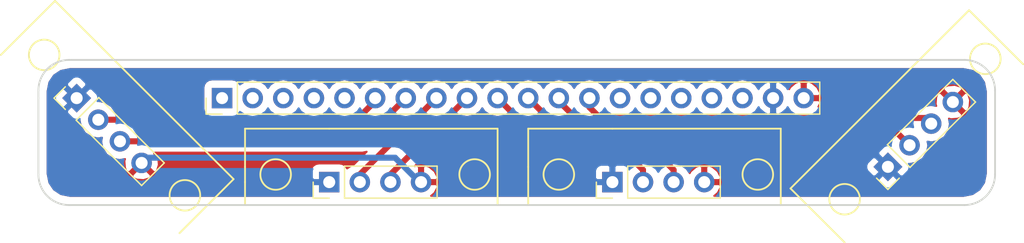
<source format=kicad_pcb>
(kicad_pcb (version 4) (host pcbnew 4.0.7)

  (general
    (links 16)
    (no_connects 0)
    (area 108.509999 100.254999 188.035001 112.470001)
    (thickness 1.6)
    (drawings 9)
    (tracks 39)
    (zones 0)
    (modules 5)
    (nets 21)
  )

  (page A4)
  (layers
    (0 F.Cu signal)
    (31 B.Cu signal)
    (32 B.Adhes user)
    (33 F.Adhes user)
    (34 B.Paste user)
    (35 F.Paste user)
    (36 B.SilkS user)
    (37 F.SilkS user)
    (38 B.Mask user)
    (39 F.Mask user)
    (40 Dwgs.User user)
    (41 Cmts.User user)
    (42 Eco1.User user)
    (43 Eco2.User user)
    (44 Edge.Cuts user)
    (45 Margin user)
    (46 B.CrtYd user)
    (47 F.CrtYd user)
    (48 B.Fab user)
    (49 F.Fab user)
  )

  (setup
    (last_trace_width 0.25)
    (trace_clearance 0.2)
    (zone_clearance 0.608)
    (zone_45_only no)
    (trace_min 0.2)
    (segment_width 0.2)
    (edge_width 0.15)
    (via_size 0.6)
    (via_drill 0.4)
    (via_min_size 0.4)
    (via_min_drill 0.3)
    (uvia_size 0.3)
    (uvia_drill 0.1)
    (uvias_allowed no)
    (uvia_min_size 0.2)
    (uvia_min_drill 0.1)
    (pcb_text_width 0.3)
    (pcb_text_size 1.5 1.5)
    (mod_edge_width 0.15)
    (mod_text_size 1 1)
    (mod_text_width 0.15)
    (pad_size 1.524 1.524)
    (pad_drill 0.762)
    (pad_to_mask_clearance 0.2)
    (aux_axis_origin 0 0)
    (visible_elements FFFFFF7F)
    (pcbplotparams
      (layerselection 0x00030_80000001)
      (usegerberextensions false)
      (excludeedgelayer true)
      (linewidth 0.100000)
      (plotframeref false)
      (viasonmask false)
      (mode 1)
      (useauxorigin false)
      (hpglpennumber 1)
      (hpglpenspeed 20)
      (hpglpendiameter 15)
      (hpglpenoverlay 2)
      (psnegative false)
      (psa4output false)
      (plotreference true)
      (plotvalue true)
      (plotinvisibletext false)
      (padsonsilk false)
      (subtractmaskfromsilk false)
      (outputformat 1)
      (mirror false)
      (drillshape 1)
      (scaleselection 1)
      (outputdirectory ""))
  )

  (net 0 "")
  (net 1 GND)
  (net 2 dt-up)
  (net 3 sck-up)
  (net 4 +3V3)
  (net 5 dt-left)
  (net 6 sck-left)
  (net 7 dt-down)
  (net 8 sck-down)
  (net 9 dt-right)
  (net 10 sck-right)
  (net 11 "Net-(A1-Pad21)")
  (net 12 "Net-(A1-Pad22)")
  (net 13 "Net-(A1-Pad23)")
  (net 14 "Net-(A1-Pad24)")
  (net 15 "Net-(A1-Pad25)")
  (net 16 "Net-(A1-Pad34)")
  (net 17 "Net-(A1-Pad35)")
  (net 18 "Net-(A1-Pad36)")
  (net 19 "Net-(A1-Pad37)")
  (net 20 "Net-(A1-Pad38)")

  (net_class Default "This is the default net class."
    (clearance 0.2)
    (trace_width 0.25)
    (via_dia 0.6)
    (via_drill 0.4)
    (uvia_dia 0.3)
    (uvia_drill 0.1)
  )

  (net_class thic ""
    (clearance 0.2)
    (trace_width 0.5)
    (via_dia 0.7)
    (via_drill 0.5)
    (uvia_dia 0.3)
    (uvia_drill 0.1)
    (add_net +3V3)
    (add_net GND)
    (add_net "Net-(A1-Pad21)")
    (add_net "Net-(A1-Pad22)")
    (add_net "Net-(A1-Pad23)")
    (add_net "Net-(A1-Pad24)")
    (add_net "Net-(A1-Pad25)")
    (add_net "Net-(A1-Pad34)")
    (add_net "Net-(A1-Pad35)")
    (add_net "Net-(A1-Pad36)")
    (add_net "Net-(A1-Pad37)")
    (add_net "Net-(A1-Pad38)")
    (add_net dt-down)
    (add_net dt-left)
    (add_net dt-right)
    (add_net dt-up)
    (add_net sck-down)
    (add_net sck-left)
    (add_net sck-right)
    (add_net sck-up)
  )

  (module module-hx711:conn-hx711-out (layer F.Cu) (tedit 5B08F756) (tstamp 5B08F54D)
    (at 179.07 109.22 135)
    (descr "Through hole straight pin header, 1x04, 2.54mm pitch, single row")
    (tags "Through hole pin header THT 1x04 2.54mm single row")
    (path /5B08E4EA)
    (fp_text reference "" (at 0 -2.33 135) (layer F.SilkS)
      (effects (font (size 1 1) (thickness 0.15)))
    )
    (fp_text value conn-right (at -3.14309 4.041115 225) (layer F.Fab)
      (effects (font (size 1 1) (thickness 0.15)))
    )
    (fp_circle (center 0.635 -4.445) (end 0.635 -5.715) (layer F.SilkS) (width 0.15))
    (fp_circle (center 0.635 12.065) (end 0.635 10.795) (layer F.SilkS) (width 0.15))
    (fp_line (start -1.905 -6.985) (end 0 -6.985) (layer F.SilkS) (width 0.15))
    (fp_line (start 0 -6.985) (end 1.27 -6.985) (layer F.SilkS) (width 0.15))
    (fp_line (start 1.27 -6.985) (end 4.445 -6.985) (layer F.SilkS) (width 0.15))
    (fp_line (start 4.445 -6.985) (end 4.445 0) (layer F.SilkS) (width 0.15))
    (fp_line (start 4.445 0) (end 4.445 13.97) (layer F.SilkS) (width 0.15))
    (fp_line (start 4.445 13.97) (end -1.905 13.97) (layer F.SilkS) (width 0.15))
    (fp_line (start -0.635 -1.27) (end 1.27 -1.27) (layer F.Fab) (width 0.1))
    (fp_line (start 1.27 -1.27) (end 1.27 8.89) (layer F.Fab) (width 0.1))
    (fp_line (start 1.27 8.89) (end -1.27 8.89) (layer F.Fab) (width 0.1))
    (fp_line (start -1.27 8.89) (end -1.27 -0.635) (layer F.Fab) (width 0.1))
    (fp_line (start -1.27 -0.635) (end -0.635 -1.27) (layer F.Fab) (width 0.1))
    (fp_line (start -1.33 8.95) (end 1.33 8.95) (layer F.SilkS) (width 0.12))
    (fp_line (start -1.33 1.27) (end -1.33 8.95) (layer F.SilkS) (width 0.12))
    (fp_line (start 1.33 1.27) (end 1.33 8.95) (layer F.SilkS) (width 0.12))
    (fp_line (start -1.33 1.27) (end 1.33 1.27) (layer F.SilkS) (width 0.12))
    (fp_line (start -1.33 0) (end -1.33 -1.33) (layer F.SilkS) (width 0.12))
    (fp_line (start -1.33 -1.33) (end 0 -1.33) (layer F.SilkS) (width 0.12))
    (fp_line (start -1.8 -1.8) (end -1.8 9.4) (layer F.CrtYd) (width 0.05))
    (fp_line (start -1.8 9.4) (end 1.8 9.4) (layer F.CrtYd) (width 0.05))
    (fp_line (start 1.8 9.4) (end 1.8 -1.8) (layer F.CrtYd) (width 0.05))
    (fp_line (start 1.8 -1.8) (end -1.8 -1.8) (layer F.CrtYd) (width 0.05))
    (fp_text user %R (at 0 3.81 225) (layer F.Fab)
      (effects (font (size 1 1) (thickness 0.15)))
    )
    (pad 1 thru_hole rect (at 0 0 135) (size 1.7 1.7) (drill 1) (layers *.Cu *.Mask)
      (net 1 GND))
    (pad 2 thru_hole oval (at 0 2.54 135) (size 1.7 1.7) (drill 1) (layers *.Cu *.Mask)
      (net 9 dt-right))
    (pad 3 thru_hole oval (at 0 5.08 135) (size 1.7 1.7) (drill 1) (layers *.Cu *.Mask)
      (net 10 sck-right))
    (pad 4 thru_hole oval (at 0 7.62 135) (size 1.7 1.7) (drill 1) (layers *.Cu *.Mask)
      (net 4 +3V3))
    (model ${KISYS3DMOD}/Pin_Headers.3dshapes/Pin_Header_Straight_1x04_Pitch2.54mm.wrl
      (at (xyz 0 0 0))
      (scale (xyz 1 1 1))
      (rotate (xyz 0 0 0))
    )
  )

  (module module-hx711:conn-hx711-out (layer F.Cu) (tedit 5B08F762) (tstamp 5B08F535)
    (at 111.76 103.505 45)
    (descr "Through hole straight pin header, 1x04, 2.54mm pitch, single row")
    (tags "Through hole pin header THT 1x04 2.54mm single row")
    (path /5B08E49E)
    (fp_text reference "" (at 0 -2.33 45) (layer F.SilkS)
      (effects (font (size 1 1) (thickness 0.15)))
    )
    (fp_text value conn-up (at -2.694077 4.490128 135) (layer F.Fab)
      (effects (font (size 1 1) (thickness 0.15)))
    )
    (fp_circle (center 0.635 -4.445) (end 0.635 -5.715) (layer F.SilkS) (width 0.15))
    (fp_circle (center 0.635 12.065) (end 0.635 10.795) (layer F.SilkS) (width 0.15))
    (fp_line (start -1.905 -6.985) (end 0 -6.985) (layer F.SilkS) (width 0.15))
    (fp_line (start 0 -6.985) (end 1.27 -6.985) (layer F.SilkS) (width 0.15))
    (fp_line (start 1.27 -6.985) (end 4.445 -6.985) (layer F.SilkS) (width 0.15))
    (fp_line (start 4.445 -6.985) (end 4.445 0) (layer F.SilkS) (width 0.15))
    (fp_line (start 4.445 0) (end 4.445 13.97) (layer F.SilkS) (width 0.15))
    (fp_line (start 4.445 13.97) (end -1.905 13.97) (layer F.SilkS) (width 0.15))
    (fp_line (start -0.635 -1.27) (end 1.27 -1.27) (layer F.Fab) (width 0.1))
    (fp_line (start 1.27 -1.27) (end 1.27 8.89) (layer F.Fab) (width 0.1))
    (fp_line (start 1.27 8.89) (end -1.27 8.89) (layer F.Fab) (width 0.1))
    (fp_line (start -1.27 8.89) (end -1.27 -0.635) (layer F.Fab) (width 0.1))
    (fp_line (start -1.27 -0.635) (end -0.635 -1.27) (layer F.Fab) (width 0.1))
    (fp_line (start -1.33 8.95) (end 1.33 8.95) (layer F.SilkS) (width 0.12))
    (fp_line (start -1.33 1.27) (end -1.33 8.95) (layer F.SilkS) (width 0.12))
    (fp_line (start 1.33 1.27) (end 1.33 8.95) (layer F.SilkS) (width 0.12))
    (fp_line (start -1.33 1.27) (end 1.33 1.27) (layer F.SilkS) (width 0.12))
    (fp_line (start -1.33 0) (end -1.33 -1.33) (layer F.SilkS) (width 0.12))
    (fp_line (start -1.33 -1.33) (end 0 -1.33) (layer F.SilkS) (width 0.12))
    (fp_line (start -1.8 -1.8) (end -1.8 9.4) (layer F.CrtYd) (width 0.05))
    (fp_line (start -1.8 9.4) (end 1.8 9.4) (layer F.CrtYd) (width 0.05))
    (fp_line (start 1.8 9.4) (end 1.8 -1.8) (layer F.CrtYd) (width 0.05))
    (fp_line (start 1.8 -1.8) (end -1.8 -1.8) (layer F.CrtYd) (width 0.05))
    (fp_text user %R (at 0 3.81 135) (layer F.Fab)
      (effects (font (size 1 1) (thickness 0.15)))
    )
    (pad 1 thru_hole rect (at 0 0 45) (size 1.7 1.7) (drill 1) (layers *.Cu *.Mask)
      (net 1 GND))
    (pad 2 thru_hole oval (at 0 2.54 45) (size 1.7 1.7) (drill 1) (layers *.Cu *.Mask)
      (net 2 dt-up))
    (pad 3 thru_hole oval (at 0 5.08 45) (size 1.7 1.7) (drill 1) (layers *.Cu *.Mask)
      (net 3 sck-up))
    (pad 4 thru_hole oval (at 0 7.62 45) (size 1.7 1.7) (drill 1) (layers *.Cu *.Mask)
      (net 4 +3V3))
    (model ${KISYS3DMOD}/Pin_Headers.3dshapes/Pin_Header_Straight_1x04_Pitch2.54mm.wrl
      (at (xyz 0 0 0))
      (scale (xyz 1 1 1))
      (rotate (xyz 0 0 0))
    )
  )

  (module maple-mini-clone:Pin_Header_Straight_1x20_Pitch2.54mm (layer F.Cu) (tedit 5B08F63B) (tstamp 5B08F52D)
    (at 123.825 103.505 90)
    (descr "Through hole straight pin header, 1x20, 2.54mm pitch, single row")
    (tags "Through hole pin header THT 1x20 2.54mm single row")
    (path /5B08B510)
    (fp_text reference "" (at 0 -2.33 90) (layer F.SilkS)
      (effects (font (size 1 1) (thickness 0.15)))
    )
    (fp_text value "" (at 0 50.59 90) (layer F.Fab)
      (effects (font (size 1 1) (thickness 0.15)))
    )
    (fp_line (start -0.635 -1.27) (end 1.27 -1.27) (layer F.Fab) (width 0.1))
    (fp_line (start 1.27 -1.27) (end 1.27 49.53) (layer F.Fab) (width 0.1))
    (fp_line (start 1.27 49.53) (end -1.27 49.53) (layer F.Fab) (width 0.1))
    (fp_line (start -1.27 49.53) (end -1.27 -0.635) (layer F.Fab) (width 0.1))
    (fp_line (start -1.27 -0.635) (end -0.635 -1.27) (layer F.Fab) (width 0.1))
    (fp_line (start -1.33 49.59) (end 1.33 49.59) (layer F.SilkS) (width 0.12))
    (fp_line (start -1.33 1.27) (end -1.33 49.59) (layer F.SilkS) (width 0.12))
    (fp_line (start 1.33 1.27) (end 1.33 49.59) (layer F.SilkS) (width 0.12))
    (fp_line (start -1.33 1.27) (end 1.33 1.27) (layer F.SilkS) (width 0.12))
    (fp_line (start -1.33 0) (end -1.33 -1.33) (layer F.SilkS) (width 0.12))
    (fp_line (start -1.33 -1.33) (end 0 -1.33) (layer F.SilkS) (width 0.12))
    (fp_line (start -1.8 -1.8) (end -1.8 50.05) (layer F.CrtYd) (width 0.05))
    (fp_line (start -1.8 50.05) (end 1.8 50.05) (layer F.CrtYd) (width 0.05))
    (fp_line (start 1.8 50.05) (end 1.8 -1.8) (layer F.CrtYd) (width 0.05))
    (fp_line (start 1.8 -1.8) (end -1.8 -1.8) (layer F.CrtYd) (width 0.05))
    (fp_text user %R (at 0 24.13 180) (layer F.Fab)
      (effects (font (size 1 1) (thickness 0.15)))
    )
    (pad 21 thru_hole rect (at 0 0 90) (size 1.7 1.7) (drill 1) (layers *.Cu *.Mask)
      (net 11 "Net-(A1-Pad21)"))
    (pad 22 thru_hole oval (at 0 2.54 90) (size 1.7 1.7) (drill 1) (layers *.Cu *.Mask)
      (net 12 "Net-(A1-Pad22)"))
    (pad 23 thru_hole oval (at 0 5.08 90) (size 1.7 1.7) (drill 1) (layers *.Cu *.Mask)
      (net 13 "Net-(A1-Pad23)"))
    (pad 24 thru_hole oval (at 0 7.62 90) (size 1.7 1.7) (drill 1) (layers *.Cu *.Mask)
      (net 14 "Net-(A1-Pad24)"))
    (pad 25 thru_hole oval (at 0 10.16 90) (size 1.7 1.7) (drill 1) (layers *.Cu *.Mask)
      (net 15 "Net-(A1-Pad25)"))
    (pad 26 thru_hole oval (at 0 12.7 90) (size 1.7 1.7) (drill 1) (layers *.Cu *.Mask)
      (net 2 dt-up))
    (pad 27 thru_hole oval (at 0 15.24 90) (size 1.7 1.7) (drill 1) (layers *.Cu *.Mask)
      (net 3 sck-up))
    (pad 28 thru_hole oval (at 0 17.78 90) (size 1.7 1.7) (drill 1) (layers *.Cu *.Mask)
      (net 5 dt-left))
    (pad 29 thru_hole oval (at 0 20.32 90) (size 1.7 1.7) (drill 1) (layers *.Cu *.Mask)
      (net 6 sck-left))
    (pad 30 thru_hole oval (at 0 22.86 90) (size 1.7 1.7) (drill 1) (layers *.Cu *.Mask)
      (net 7 dt-down))
    (pad 31 thru_hole oval (at 0 25.4 90) (size 1.7 1.7) (drill 1) (layers *.Cu *.Mask)
      (net 8 sck-down))
    (pad 32 thru_hole oval (at 0 27.94 90) (size 1.7 1.7) (drill 1) (layers *.Cu *.Mask)
      (net 9 dt-right))
    (pad 33 thru_hole oval (at 0 30.48 90) (size 1.7 1.7) (drill 1) (layers *.Cu *.Mask)
      (net 10 sck-right))
    (pad 34 thru_hole oval (at 0 33.02 90) (size 1.7 1.7) (drill 1) (layers *.Cu *.Mask)
      (net 16 "Net-(A1-Pad34)"))
    (pad 35 thru_hole oval (at 0 35.56 90) (size 1.7 1.7) (drill 1) (layers *.Cu *.Mask)
      (net 17 "Net-(A1-Pad35)"))
    (pad 36 thru_hole oval (at 0 38.1 90) (size 1.7 1.7) (drill 1) (layers *.Cu *.Mask)
      (net 18 "Net-(A1-Pad36)"))
    (pad 37 thru_hole oval (at 0 40.64 90) (size 1.7 1.7) (drill 1) (layers *.Cu *.Mask)
      (net 19 "Net-(A1-Pad37)"))
    (pad 38 thru_hole oval (at 0 43.18 90) (size 1.7 1.7) (drill 1) (layers *.Cu *.Mask)
      (net 20 "Net-(A1-Pad38)"))
    (pad 39 thru_hole oval (at 0 45.72 90) (size 1.7 1.7) (drill 1) (layers *.Cu *.Mask)
      (net 1 GND))
    (pad 40 thru_hole oval (at 0 48.26 90) (size 1.7 1.7) (drill 1) (layers *.Cu *.Mask)
      (net 4 +3V3))
    (model ${KISYS3DMOD}/Pin_Headers.3dshapes/Pin_Header_Straight_1x20_Pitch2.54mm.wrl
      (at (xyz 0 0 0))
      (scale (xyz 1 1 1))
      (rotate (xyz 0 0 0))
    )
  )

  (module module-hx711:conn-hx711-out (layer F.Cu) (tedit 5B08F769) (tstamp 5B08F53D)
    (at 132.715 110.49 90)
    (descr "Through hole straight pin header, 1x04, 2.54mm pitch, single row")
    (tags "Through hole pin header THT 1x04 2.54mm single row")
    (path /5B08B8EE)
    (fp_text reference "" (at 0 -2.33 90) (layer F.SilkS)
      (effects (font (size 1 1) (thickness 0.15)))
    )
    (fp_text value conn-left (at 3.175 3.81 180) (layer F.Fab)
      (effects (font (size 1 1) (thickness 0.15)))
    )
    (fp_circle (center 0.635 -4.445) (end 0.635 -5.715) (layer F.SilkS) (width 0.15))
    (fp_circle (center 0.635 12.065) (end 0.635 10.795) (layer F.SilkS) (width 0.15))
    (fp_line (start -1.905 -6.985) (end 0 -6.985) (layer F.SilkS) (width 0.15))
    (fp_line (start 0 -6.985) (end 1.27 -6.985) (layer F.SilkS) (width 0.15))
    (fp_line (start 1.27 -6.985) (end 4.445 -6.985) (layer F.SilkS) (width 0.15))
    (fp_line (start 4.445 -6.985) (end 4.445 0) (layer F.SilkS) (width 0.15))
    (fp_line (start 4.445 0) (end 4.445 13.97) (layer F.SilkS) (width 0.15))
    (fp_line (start 4.445 13.97) (end -1.905 13.97) (layer F.SilkS) (width 0.15))
    (fp_line (start -0.635 -1.27) (end 1.27 -1.27) (layer F.Fab) (width 0.1))
    (fp_line (start 1.27 -1.27) (end 1.27 8.89) (layer F.Fab) (width 0.1))
    (fp_line (start 1.27 8.89) (end -1.27 8.89) (layer F.Fab) (width 0.1))
    (fp_line (start -1.27 8.89) (end -1.27 -0.635) (layer F.Fab) (width 0.1))
    (fp_line (start -1.27 -0.635) (end -0.635 -1.27) (layer F.Fab) (width 0.1))
    (fp_line (start -1.33 8.95) (end 1.33 8.95) (layer F.SilkS) (width 0.12))
    (fp_line (start -1.33 1.27) (end -1.33 8.95) (layer F.SilkS) (width 0.12))
    (fp_line (start 1.33 1.27) (end 1.33 8.95) (layer F.SilkS) (width 0.12))
    (fp_line (start -1.33 1.27) (end 1.33 1.27) (layer F.SilkS) (width 0.12))
    (fp_line (start -1.33 0) (end -1.33 -1.33) (layer F.SilkS) (width 0.12))
    (fp_line (start -1.33 -1.33) (end 0 -1.33) (layer F.SilkS) (width 0.12))
    (fp_line (start -1.8 -1.8) (end -1.8 9.4) (layer F.CrtYd) (width 0.05))
    (fp_line (start -1.8 9.4) (end 1.8 9.4) (layer F.CrtYd) (width 0.05))
    (fp_line (start 1.8 9.4) (end 1.8 -1.8) (layer F.CrtYd) (width 0.05))
    (fp_line (start 1.8 -1.8) (end -1.8 -1.8) (layer F.CrtYd) (width 0.05))
    (fp_text user %R (at 0 3.81 180) (layer F.Fab)
      (effects (font (size 1 1) (thickness 0.15)))
    )
    (pad 1 thru_hole rect (at 0 0 90) (size 1.7 1.7) (drill 1) (layers *.Cu *.Mask)
      (net 1 GND))
    (pad 2 thru_hole oval (at 0 2.54 90) (size 1.7 1.7) (drill 1) (layers *.Cu *.Mask)
      (net 5 dt-left))
    (pad 3 thru_hole oval (at 0 5.08 90) (size 1.7 1.7) (drill 1) (layers *.Cu *.Mask)
      (net 6 sck-left))
    (pad 4 thru_hole oval (at 0 7.62 90) (size 1.7 1.7) (drill 1) (layers *.Cu *.Mask)
      (net 4 +3V3))
    (model ${KISYS3DMOD}/Pin_Headers.3dshapes/Pin_Header_Straight_1x04_Pitch2.54mm.wrl
      (at (xyz 0 0 0))
      (scale (xyz 1 1 1))
      (rotate (xyz 0 0 0))
    )
  )

  (module module-hx711:conn-hx711-out (layer F.Cu) (tedit 5B08F76F) (tstamp 5B08F545)
    (at 156.21 110.49 90)
    (descr "Through hole straight pin header, 1x04, 2.54mm pitch, single row")
    (tags "Through hole pin header THT 1x04 2.54mm single row")
    (path /5B08E4F0)
    (fp_text reference "" (at 0 -2.33 90) (layer F.SilkS)
      (effects (font (size 1 1) (thickness 0.15)))
    )
    (fp_text value conn-down (at 3.175 3.81 180) (layer F.Fab)
      (effects (font (size 1 1) (thickness 0.15)))
    )
    (fp_circle (center 0.635 -4.445) (end 0.635 -5.715) (layer F.SilkS) (width 0.15))
    (fp_circle (center 0.635 12.065) (end 0.635 10.795) (layer F.SilkS) (width 0.15))
    (fp_line (start -1.905 -6.985) (end 0 -6.985) (layer F.SilkS) (width 0.15))
    (fp_line (start 0 -6.985) (end 1.27 -6.985) (layer F.SilkS) (width 0.15))
    (fp_line (start 1.27 -6.985) (end 4.445 -6.985) (layer F.SilkS) (width 0.15))
    (fp_line (start 4.445 -6.985) (end 4.445 0) (layer F.SilkS) (width 0.15))
    (fp_line (start 4.445 0) (end 4.445 13.97) (layer F.SilkS) (width 0.15))
    (fp_line (start 4.445 13.97) (end -1.905 13.97) (layer F.SilkS) (width 0.15))
    (fp_line (start -0.635 -1.27) (end 1.27 -1.27) (layer F.Fab) (width 0.1))
    (fp_line (start 1.27 -1.27) (end 1.27 8.89) (layer F.Fab) (width 0.1))
    (fp_line (start 1.27 8.89) (end -1.27 8.89) (layer F.Fab) (width 0.1))
    (fp_line (start -1.27 8.89) (end -1.27 -0.635) (layer F.Fab) (width 0.1))
    (fp_line (start -1.27 -0.635) (end -0.635 -1.27) (layer F.Fab) (width 0.1))
    (fp_line (start -1.33 8.95) (end 1.33 8.95) (layer F.SilkS) (width 0.12))
    (fp_line (start -1.33 1.27) (end -1.33 8.95) (layer F.SilkS) (width 0.12))
    (fp_line (start 1.33 1.27) (end 1.33 8.95) (layer F.SilkS) (width 0.12))
    (fp_line (start -1.33 1.27) (end 1.33 1.27) (layer F.SilkS) (width 0.12))
    (fp_line (start -1.33 0) (end -1.33 -1.33) (layer F.SilkS) (width 0.12))
    (fp_line (start -1.33 -1.33) (end 0 -1.33) (layer F.SilkS) (width 0.12))
    (fp_line (start -1.8 -1.8) (end -1.8 9.4) (layer F.CrtYd) (width 0.05))
    (fp_line (start -1.8 9.4) (end 1.8 9.4) (layer F.CrtYd) (width 0.05))
    (fp_line (start 1.8 9.4) (end 1.8 -1.8) (layer F.CrtYd) (width 0.05))
    (fp_line (start 1.8 -1.8) (end -1.8 -1.8) (layer F.CrtYd) (width 0.05))
    (fp_text user %R (at 0 3.81 180) (layer F.Fab)
      (effects (font (size 1 1) (thickness 0.15)))
    )
    (pad 1 thru_hole rect (at 0 0 90) (size 1.7 1.7) (drill 1) (layers *.Cu *.Mask)
      (net 1 GND))
    (pad 2 thru_hole oval (at 0 2.54 90) (size 1.7 1.7) (drill 1) (layers *.Cu *.Mask)
      (net 7 dt-down))
    (pad 3 thru_hole oval (at 0 5.08 90) (size 1.7 1.7) (drill 1) (layers *.Cu *.Mask)
      (net 8 sck-down))
    (pad 4 thru_hole oval (at 0 7.62 90) (size 1.7 1.7) (drill 1) (layers *.Cu *.Mask)
      (net 4 +3V3))
    (model ${KISYS3DMOD}/Pin_Headers.3dshapes/Pin_Header_Straight_1x04_Pitch2.54mm.wrl
      (at (xyz 0 0 0))
      (scale (xyz 1 1 1))
      (rotate (xyz 0 0 0))
    )
  )

  (gr_arc (start 185.42 102.87) (end 185.42 100.33) (angle 90) (layer Edge.Cuts) (width 0.15))
  (gr_arc (start 111.125 102.87) (end 108.585 102.87) (angle 90) (layer Edge.Cuts) (width 0.15))
  (gr_arc (start 111.125 109.855) (end 111.125 112.395) (angle 90) (layer Edge.Cuts) (width 0.15))
  (gr_arc (start 185.42 109.855) (end 187.96 109.855) (angle 90) (layer Edge.Cuts) (width 0.15))
  (gr_line (start 108.585 103.505) (end 108.585 102.87) (angle 90) (layer Edge.Cuts) (width 0.15))
  (gr_line (start 108.585 109.855) (end 108.585 103.505) (angle 90) (layer Edge.Cuts) (width 0.15))
  (gr_line (start 185.42 112.395) (end 111.125 112.395) (angle 90) (layer Edge.Cuts) (width 0.15))
  (gr_line (start 187.96 102.87) (end 187.96 109.855) (angle 90) (layer Edge.Cuts) (width 0.15))
  (gr_line (start 111.125 100.33) (end 185.42 100.33) (angle 90) (layer Edge.Cuts) (width 0.15))

  (segment (start 136.525 103.505) (end 136.525 103.759) (width 0.5) (layer F.Cu) (net 2))
  (segment (start 136.525 103.759) (end 134.62 105.664) (width 0.5) (layer F.Cu) (net 2) (tstamp 5B08F858))
  (segment (start 134.62 105.664) (end 116.586 105.664) (width 0.5) (layer F.Cu) (net 2) (tstamp 5B08F859))
  (segment (start 116.586 105.664) (end 116.223051 105.301051) (width 0.5) (layer F.Cu) (net 2) (tstamp 5B08F85A))
  (segment (start 116.223051 105.301051) (end 113.556051 105.301051) (width 0.5) (layer F.Cu) (net 2) (tstamp 5B08F85B))
  (segment (start 115.352102 107.097102) (end 135.472898 107.097102) (width 0.5) (layer F.Cu) (net 3))
  (segment (start 135.472898 107.097102) (end 139.065 103.505) (width 0.5) (layer F.Cu) (net 3) (tstamp 5B08F841))
  (segment (start 140.335 110.49) (end 140.208 110.49) (width 0.5) (layer B.Cu) (net 4) (status C00000))
  (segment (start 140.208 110.49) (end 138.176 108.458) (width 0.5) (layer B.Cu) (net 4) (tstamp 5B08FBB8) (status 400000))
  (segment (start 138.176 108.458) (end 117.583308 108.458) (width 0.5) (layer B.Cu) (net 4) (tstamp 5B08FBBD) (status 800000))
  (segment (start 117.583308 108.458) (end 117.148154 108.893154) (width 0.5) (layer B.Cu) (net 4) (tstamp 5B08FBC1) (status C00000))
  (segment (start 140.335 110.49) (end 140.462 110.49) (width 0.5) (layer B.Cu) (net 4) (status C00000))
  (segment (start 163.83 110.49) (end 163.83 110.236) (width 0.5) (layer B.Cu) (net 4))
  (segment (start 135.255 110.49) (end 135.255 109.855) (width 0.5) (layer F.Cu) (net 5))
  (segment (start 135.255 109.855) (end 141.605 103.505) (width 0.5) (layer F.Cu) (net 5) (tstamp 5B08F83B))
  (segment (start 137.795 110.49) (end 137.795 109.855) (width 0.5) (layer F.Cu) (net 6))
  (segment (start 137.795 109.855) (end 144.145 103.505) (width 0.5) (layer F.Cu) (net 6) (tstamp 5B08F83E))
  (segment (start 146.685 103.505) (end 151.638 108.458) (width 0.5) (layer F.Cu) (net 7))
  (segment (start 158.75 109.474) (end 158.75 110.49) (width 0.5) (layer F.Cu) (net 7) (tstamp 5B08F8E4))
  (segment (start 157.988 108.712) (end 158.75 109.474) (width 0.5) (layer F.Cu) (net 7) (tstamp 5B08F8E0))
  (segment (start 151.892 108.712) (end 157.988 108.712) (width 0.5) (layer F.Cu) (net 7) (tstamp 5B08F8DC))
  (segment (start 151.638 108.458) (end 151.892 108.712) (width 0.5) (layer F.Cu) (net 7) (tstamp 5B08F8D9))
  (segment (start 146.685 103.505) (end 146.939 103.505) (width 0.5) (layer F.Cu) (net 7))
  (segment (start 158.75 110.49) (end 158.75 110.236) (width 0.5) (layer F.Cu) (net 7))
  (segment (start 149.225 103.505) (end 153.416 107.696) (width 0.5) (layer F.Cu) (net 8))
  (segment (start 161.29 109.474) (end 161.29 110.49) (width 0.5) (layer F.Cu) (net 8) (tstamp 5B08F8ED))
  (segment (start 159.512 107.696) (end 161.29 109.474) (width 0.5) (layer F.Cu) (net 8) (tstamp 5B08F8EB))
  (segment (start 153.416 107.696) (end 159.512 107.696) (width 0.5) (layer F.Cu) (net 8) (tstamp 5B08F8E8))
  (segment (start 161.29 110.49) (end 160.782 110.49) (width 0.5) (layer F.Cu) (net 8))
  (segment (start 178.054 106.426) (end 179.868102 106.426) (width 0.5) (layer F.Cu) (net 9))
  (segment (start 154.432 106.426) (end 178.054 106.426) (width 0.5) (layer F.Cu) (net 9) (tstamp 5B08F8F1))
  (segment (start 151.765 103.759) (end 154.432 106.426) (width 0.5) (layer F.Cu) (net 9) (tstamp 5B08F8F0))
  (segment (start 179.868102 106.426) (end 180.866051 107.423949) (width 0.5) (layer F.Cu) (net 9) (tstamp 5B08F902))
  (segment (start 151.765 103.505) (end 151.765 103.759) (width 0.5) (layer F.Cu) (net 9))
  (segment (start 151.765 103.505) (end 151.765 104.013) (width 0.5) (layer F.Cu) (net 9))
  (segment (start 154.305 103.505) (end 154.305 104.267) (width 0.5) (layer F.Cu) (net 10))
  (segment (start 154.305 104.267) (end 155.194 105.156) (width 0.5) (layer F.Cu) (net 10) (tstamp 5B08F8B8))
  (segment (start 155.194 105.156) (end 182.190204 105.156) (width 0.5) (layer F.Cu) (net 10) (tstamp 5B08F8BB))
  (segment (start 182.190204 105.156) (end 182.662102 105.627898) (width 0.5) (layer F.Cu) (net 10) (tstamp 5B08F8C6))

  (zone (net 4) (net_name +3V3) (layer F.Cu) (tstamp 5B08F927) (hatch edge 0.508)
    (connect_pads (clearance 0.608))
    (min_thickness 0.154)
    (fill yes (arc_segments 16) (thermal_gap 0.508) (thermal_bridge_width 0.508) (smoothing fillet))
    (polygon
      (pts
        (xy 108.712 102.87) (xy 108.712 101.854) (xy 110.236 100.584) (xy 111.252 100.33) (xy 185.42 100.33)
        (xy 186.944 100.838) (xy 187.706 102.108) (xy 187.96 102.616) (xy 187.96 109.728) (xy 187.706 111.252)
        (xy 186.944 111.76) (xy 186.182 112.268) (xy 185.42 112.268) (xy 110.998 112.268) (xy 109.728 112.014)
        (xy 109.22 111.252) (xy 108.712 110.236) (xy 108.712 102.616)
      )
    )
    (filled_polygon
      (pts
        (xy 186.095478 101.239251) (xy 186.668121 101.621878) (xy 187.05075 102.194522) (xy 187.2 102.944855) (xy 187.2 109.780145)
        (xy 187.05075 110.530478) (xy 186.668121 111.103122) (xy 186.095478 111.485749) (xy 185.345145 111.635) (xy 164.655504 111.635)
        (xy 164.951726 111.384984) (xy 165.208835 110.887592) (xy 165.107806 110.667) (xy 164.007 110.667) (xy 164.007 110.687)
        (xy 163.653 110.687) (xy 163.653 110.667) (xy 163.633 110.667) (xy 163.633 110.313) (xy 163.653 110.313)
        (xy 163.653 109.213463) (xy 164.007 109.213463) (xy 164.007 110.313) (xy 165.107806 110.313) (xy 165.208835 110.092408)
        (xy 164.951726 109.595016) (xy 164.523844 109.233877) (xy 164.22759 109.111179) (xy 164.007 109.213463) (xy 163.653 109.213463)
        (xy 163.43241 109.111179) (xy 163.136156 109.233877) (xy 162.708274 109.595016) (xy 162.627348 109.751572) (xy 162.375409 109.374519)
        (xy 162.179124 109.243365) (xy 162.153827 109.116191) (xy 161.951145 108.812855) (xy 160.49929 107.361) (xy 178.859443 107.361)
        (xy 178.80719 107.370832) (xy 178.576143 107.524061) (xy 177.374061 108.726143) (xy 177.22834 108.939414) (xy 177.169566 109.210352)
        (xy 177.220832 109.48281) (xy 177.374061 109.713857) (xy 178.576143 110.915939) (xy 178.789414 111.06166) (xy 179.060352 111.120434)
        (xy 179.33281 111.069168) (xy 179.563857 110.915939) (xy 180.765939 109.713857) (xy 180.91166 109.500586) (xy 180.970434 109.229648)
        (xy 180.922195 108.973275) (xy 181.474734 108.863368) (xy 181.972724 108.530622) (xy 182.30547 108.032632) (xy 182.422315 107.445213)
        (xy 182.357495 107.119342) (xy 182.683366 107.184162) (xy 183.270785 107.067317) (xy 183.768775 106.734571) (xy 184.101521 106.236581)
        (xy 184.218366 105.649162) (xy 184.129897 105.204396) (xy 184.297823 105.257875) (xy 184.855745 105.210681) (xy 185.151989 105.087958)
        (xy 185.235644 104.859652) (xy 184.458154 104.082162) (xy 184.444012 104.096304) (xy 184.193696 103.845988) (xy 184.207838 103.831846)
        (xy 184.70847 103.831846) (xy 185.48596 104.609336) (xy 185.714266 104.525681) (xy 185.836989 104.229437) (xy 185.884183 103.671515)
        (xy 185.714278 103.138002) (xy 185.486857 103.053459) (xy 184.70847 103.831846) (xy 184.207838 103.831846) (xy 183.430348 103.054356)
        (xy 183.202042 103.138011) (xy 183.079319 103.434255) (xy 183.032125 103.992177) (xy 183.085604 104.160103) (xy 182.640838 104.071634)
        (xy 182.053419 104.188479) (xy 182.004748 104.221) (xy 173.299245 104.221) (xy 173.463835 103.902592) (xy 173.362806 103.682)
        (xy 172.262 103.682) (xy 172.262 103.702) (xy 171.908 103.702) (xy 171.908 103.682) (xy 171.888 103.682)
        (xy 171.888 103.328) (xy 171.908 103.328) (xy 171.908 102.228463) (xy 172.262 102.228463) (xy 172.262 103.328)
        (xy 173.362806 103.328) (xy 173.463835 103.107408) (xy 173.30702 102.80404) (xy 183.680664 102.80404) (xy 184.458154 103.58153)
        (xy 185.236541 102.803143) (xy 185.151998 102.575722) (xy 184.618485 102.405817) (xy 184.060563 102.453011) (xy 183.764319 102.575734)
        (xy 183.680664 102.80404) (xy 173.30702 102.80404) (xy 173.206726 102.610016) (xy 172.778844 102.248877) (xy 172.48259 102.126179)
        (xy 172.262 102.228463) (xy 171.908 102.228463) (xy 171.68741 102.126179) (xy 171.391156 102.248877) (xy 170.963274 102.610016)
        (xy 170.882348 102.766572) (xy 170.630409 102.389519) (xy 170.132419 102.056773) (xy 169.545 101.939928) (xy 168.957581 102.056773)
        (xy 168.459591 102.389519) (xy 168.275 102.665779) (xy 168.090409 102.389519) (xy 167.592419 102.056773) (xy 167.005 101.939928)
        (xy 166.417581 102.056773) (xy 165.919591 102.389519) (xy 165.735 102.665779) (xy 165.550409 102.389519) (xy 165.052419 102.056773)
        (xy 164.465 101.939928) (xy 163.877581 102.056773) (xy 163.379591 102.389519) (xy 163.195 102.665779) (xy 163.010409 102.389519)
        (xy 162.512419 102.056773) (xy 161.925 101.939928) (xy 161.337581 102.056773) (xy 160.839591 102.389519) (xy 160.655 102.665779)
        (xy 160.470409 102.389519) (xy 159.972419 102.056773) (xy 159.385 101.939928) (xy 158.797581 102.056773) (xy 158.299591 102.389519)
        (xy 158.115 102.665779) (xy 157.930409 102.389519) (xy 157.432419 102.056773) (xy 156.845 101.939928) (xy 156.257581 102.056773)
        (xy 155.759591 102.389519) (xy 155.575 102.665779) (xy 155.390409 102.389519) (xy 154.892419 102.056773) (xy 154.305 101.939928)
        (xy 153.717581 102.056773) (xy 153.219591 102.389519) (xy 153.035 102.665779) (xy 152.850409 102.389519) (xy 152.352419 102.056773)
        (xy 151.765 101.939928) (xy 151.177581 102.056773) (xy 150.679591 102.389519) (xy 150.495 102.665779) (xy 150.310409 102.389519)
        (xy 149.812419 102.056773) (xy 149.225 101.939928) (xy 148.637581 102.056773) (xy 148.139591 102.389519) (xy 147.955 102.665779)
        (xy 147.770409 102.389519) (xy 147.272419 102.056773) (xy 146.685 101.939928) (xy 146.097581 102.056773) (xy 145.599591 102.389519)
        (xy 145.415 102.665779) (xy 145.230409 102.389519) (xy 144.732419 102.056773) (xy 144.145 101.939928) (xy 143.557581 102.056773)
        (xy 143.059591 102.389519) (xy 142.875 102.665779) (xy 142.690409 102.389519) (xy 142.192419 102.056773) (xy 141.605 101.939928)
        (xy 141.017581 102.056773) (xy 140.519591 102.389519) (xy 140.335 102.665779) (xy 140.150409 102.389519) (xy 139.652419 102.056773)
        (xy 139.065 101.939928) (xy 138.477581 102.056773) (xy 137.979591 102.389519) (xy 137.795 102.665779) (xy 137.610409 102.389519)
        (xy 137.112419 102.056773) (xy 136.525 101.939928) (xy 135.937581 102.056773) (xy 135.439591 102.389519) (xy 135.255 102.665779)
        (xy 135.070409 102.389519) (xy 134.572419 102.056773) (xy 133.985 101.939928) (xy 133.397581 102.056773) (xy 132.899591 102.389519)
        (xy 132.715 102.665779) (xy 132.530409 102.389519) (xy 132.032419 102.056773) (xy 131.445 101.939928) (xy 130.857581 102.056773)
        (xy 130.359591 102.389519) (xy 130.175 102.665779) (xy 129.990409 102.389519) (xy 129.492419 102.056773) (xy 128.905 101.939928)
        (xy 128.317581 102.056773) (xy 127.819591 102.389519) (xy 127.635 102.665779) (xy 127.450409 102.389519) (xy 126.952419 102.056773)
        (xy 126.365 101.939928) (xy 125.777581 102.056773) (xy 125.306569 102.371493) (xy 125.175632 102.168013) (xy 124.946724 102.011607)
        (xy 124.675 101.956581) (xy 122.975 101.956581) (xy 122.721154 102.004345) (xy 122.488013 102.154368) (xy 122.331607 102.383276)
        (xy 122.276581 102.655) (xy 122.276581 104.355) (xy 122.324345 104.608846) (xy 122.401662 104.729) (xy 116.97329 104.729)
        (xy 116.884196 104.639906) (xy 116.58086 104.437224) (xy 116.223051 104.366051) (xy 114.777432 104.366051) (xy 114.662724 104.194378)
        (xy 114.164734 103.861632) (xy 113.609137 103.751117) (xy 113.660434 103.514648) (xy 113.609168 103.24219) (xy 113.455939 103.011143)
        (xy 112.253857 101.809061) (xy 112.040586 101.66334) (xy 111.769648 101.604566) (xy 111.49719 101.655832) (xy 111.266143 101.809061)
        (xy 110.064061 103.011143) (xy 109.91834 103.224414) (xy 109.859566 103.495352) (xy 109.910832 103.76781) (xy 110.064061 103.998857)
        (xy 111.266143 105.200939) (xy 111.479414 105.34666) (xy 111.750352 105.405434) (xy 112.006725 105.357195) (xy 112.116632 105.909734)
        (xy 112.449378 106.407724) (xy 112.947368 106.74047) (xy 113.534787 106.857315) (xy 113.860658 106.792495) (xy 113.795838 107.118366)
        (xy 113.912683 107.705785) (xy 114.245429 108.203775) (xy 114.743419 108.536521) (xy 115.330838 108.653366) (xy 115.775604 108.564897)
        (xy 115.722125 108.732823) (xy 115.769319 109.290745) (xy 115.892042 109.586989) (xy 116.120348 109.670644) (xy 116.897838 108.893154)
        (xy 116.883696 108.879012) (xy 117.134012 108.628696) (xy 117.148154 108.642838) (xy 117.162296 108.628696) (xy 117.412612 108.879012)
        (xy 117.39847 108.893154) (xy 118.176857 109.671541) (xy 118.404278 109.586998) (xy 118.574183 109.053485) (xy 118.526989 108.495563)
        (xy 118.404266 108.199319) (xy 118.175962 108.115665) (xy 118.259525 108.032102) (xy 135.472898 108.032102) (xy 135.825806 107.961904)
        (xy 134.765393 109.022317) (xy 134.667581 109.041773) (xy 134.196569 109.356493) (xy 134.065632 109.153013) (xy 133.836724 108.996607)
        (xy 133.565 108.941581) (xy 131.865 108.941581) (xy 131.611154 108.989345) (xy 131.378013 109.139368) (xy 131.221607 109.368276)
        (xy 131.166581 109.64) (xy 131.166581 111.34) (xy 131.214345 111.593846) (xy 131.240827 111.635) (xy 111.199855 111.635)
        (xy 110.449522 111.48575) (xy 109.876878 111.103121) (xy 109.494251 110.530478) (xy 109.37301 109.92096) (xy 116.370664 109.92096)
        (xy 116.454319 110.149266) (xy 116.750563 110.271989) (xy 117.308485 110.319183) (xy 117.841998 110.149278) (xy 117.926541 109.921857)
        (xy 117.148154 109.14347) (xy 116.370664 109.92096) (xy 109.37301 109.92096) (xy 109.345 109.780145) (xy 109.345 102.944855)
        (xy 109.494251 102.194522) (xy 109.876878 101.621879) (xy 110.449522 101.23925) (xy 111.199855 101.09) (xy 185.345145 101.09)
      )
    )
    (filled_polygon
      (pts
        (xy 145.599591 104.620481) (xy 146.097581 104.953227) (xy 146.685 105.070072) (xy 146.887502 105.029792) (xy 151.230855 109.373145)
        (xy 151.534191 109.575827) (xy 151.892 109.647) (xy 154.661581 109.647) (xy 154.661581 111.34) (xy 154.709345 111.593846)
        (xy 154.735827 111.635) (xy 141.160504 111.635) (xy 141.456726 111.384984) (xy 141.713835 110.887592) (xy 141.612806 110.667)
        (xy 140.512 110.667) (xy 140.512 110.687) (xy 140.158 110.687) (xy 140.158 110.667) (xy 140.138 110.667)
        (xy 140.138 110.313) (xy 140.158 110.313) (xy 140.158 109.213463) (xy 140.512 109.213463) (xy 140.512 110.313)
        (xy 141.612806 110.313) (xy 141.713835 110.092408) (xy 141.456726 109.595016) (xy 141.028844 109.233877) (xy 140.73259 109.111179)
        (xy 140.512 109.213463) (xy 140.158 109.213463) (xy 139.93741 109.111179) (xy 139.80717 109.16512) (xy 143.942498 105.029792)
        (xy 144.145 105.070072) (xy 144.732419 104.953227) (xy 145.230409 104.620481) (xy 145.415 104.344221)
      )
    )
  )
  (zone (net 1) (net_name GND) (layer B.Cu) (tstamp 5B08FB1D) (hatch edge 0.508)
    (connect_pads (clearance 0.608))
    (min_thickness 0.154)
    (fill yes (arc_segments 16) (thermal_gap 0.508) (thermal_bridge_width 0.508))
    (polygon
      (pts
        (xy 111.252 100.33) (xy 185.42 100.33) (xy 186.69 100.838) (xy 187.452 101.346) (xy 187.706 101.854)
        (xy 187.96 102.616) (xy 187.96 110.236) (xy 187.706 111.252) (xy 186.944 111.76) (xy 186.69 112.014)
        (xy 186.182 112.268) (xy 185.674 112.268) (xy 110.744 112.268) (xy 110.236 112.014) (xy 109.728 111.76)
        (xy 109.22 111.252) (xy 108.712 110.744) (xy 108.458 109.982) (xy 108.712 102.108) (xy 109.22 101.092)
        (xy 109.982 100.584)
      )
    )
    (filled_polygon
      (pts
        (xy 186.095478 101.239251) (xy 186.668121 101.621878) (xy 187.05075 102.194522) (xy 187.2 102.944855) (xy 187.2 109.780145)
        (xy 187.05075 110.530478) (xy 186.668121 111.103122) (xy 186.095478 111.485749) (xy 185.345145 111.635) (xy 164.871231 111.635)
        (xy 164.915409 111.605481) (xy 165.248155 111.107491) (xy 165.365 110.520072) (xy 165.365 110.459928) (xy 165.324525 110.256442)
        (xy 178.283874 110.256442) (xy 178.283874 110.46327) (xy 178.738624 110.918021) (xy 178.953636 111.007082) (xy 179.186364 111.007082)
        (xy 179.401376 110.91802) (xy 179.856126 110.46327) (xy 179.856126 110.256442) (xy 179.07 109.470316) (xy 178.283874 110.256442)
        (xy 165.324525 110.256442) (xy 165.248155 109.872509) (xy 164.915409 109.374519) (xy 164.510004 109.103636) (xy 177.282918 109.103636)
        (xy 177.282918 109.336364) (xy 177.371979 109.551376) (xy 177.82673 110.006126) (xy 178.033558 110.006126) (xy 178.819684 109.22)
        (xy 178.033558 108.433874) (xy 177.82673 108.433874) (xy 177.37198 108.888624) (xy 177.282918 109.103636) (xy 164.510004 109.103636)
        (xy 164.417419 109.041773) (xy 163.83 108.924928) (xy 163.242581 109.041773) (xy 162.744591 109.374519) (xy 162.56 109.650779)
        (xy 162.375409 109.374519) (xy 161.877419 109.041773) (xy 161.29 108.924928) (xy 160.702581 109.041773) (xy 160.204591 109.374519)
        (xy 160.02 109.650779) (xy 159.835409 109.374519) (xy 159.337419 109.041773) (xy 158.75 108.924928) (xy 158.162581 109.041773)
        (xy 157.664591 109.374519) (xy 157.614368 109.449683) (xy 157.555939 109.308624) (xy 157.391376 109.144061) (xy 157.176363 109.055)
        (xy 156.53325 109.055) (xy 156.387 109.20125) (xy 156.387 110.313) (xy 156.407 110.313) (xy 156.407 110.667)
        (xy 156.387 110.667) (xy 156.387 110.687) (xy 156.033 110.687) (xy 156.033 110.667) (xy 154.92125 110.667)
        (xy 154.775 110.81325) (xy 154.775 111.456364) (xy 154.848994 111.635) (xy 141.376231 111.635) (xy 141.420409 111.605481)
        (xy 141.753155 111.107491) (xy 141.87 110.520072) (xy 141.87 110.459928) (xy 141.753155 109.872509) (xy 141.520046 109.523636)
        (xy 154.775 109.523636) (xy 154.775 110.16675) (xy 154.92125 110.313) (xy 156.033 110.313) (xy 156.033 109.20125)
        (xy 155.88675 109.055) (xy 155.243637 109.055) (xy 155.028624 109.144061) (xy 154.864061 109.308624) (xy 154.775 109.523636)
        (xy 141.520046 109.523636) (xy 141.420409 109.374519) (xy 140.922419 109.041773) (xy 140.335 108.924928) (xy 140.026569 108.986279)
        (xy 139.01702 107.97673) (xy 178.283874 107.97673) (xy 178.283874 108.183558) (xy 179.07 108.969684) (xy 179.084142 108.955542)
        (xy 179.334458 109.205858) (xy 179.320316 109.22) (xy 180.106442 110.006126) (xy 180.31327 110.006126) (xy 180.76802 109.551376)
        (xy 180.857082 109.336364) (xy 180.857082 109.103636) (xy 180.798653 108.962577) (xy 180.887315 108.980213) (xy 181.474734 108.863368)
        (xy 181.972724 108.530622) (xy 182.30547 108.032632) (xy 182.422315 107.445213) (xy 182.357495 107.119342) (xy 182.683366 107.184162)
        (xy 183.270785 107.067317) (xy 183.768775 106.734571) (xy 184.101521 106.236581) (xy 184.218366 105.649162) (xy 184.153546 105.32329)
        (xy 184.479418 105.38811) (xy 185.066837 105.271265) (xy 185.564827 104.938519) (xy 185.897573 104.440529) (xy 186.014418 103.85311)
        (xy 185.897573 103.265691) (xy 185.564827 102.767701) (xy 185.522299 102.725173) (xy 185.024309 102.392427) (xy 184.43689 102.275582)
        (xy 183.849471 102.392427) (xy 183.351481 102.725173) (xy 183.018735 103.223163) (xy 182.90189 103.810582) (xy 182.96671 104.136454)
        (xy 182.640838 104.071634) (xy 182.053419 104.188479) (xy 181.555429 104.521225) (xy 181.222683 105.019215) (xy 181.105838 105.606634)
        (xy 181.170658 105.932505) (xy 180.844787 105.867685) (xy 180.257368 105.98453) (xy 179.759378 106.317276) (xy 179.426632 106.815266)
        (xy 179.309787 107.402685) (xy 179.327423 107.491347) (xy 179.186364 107.432918) (xy 178.953636 107.432918) (xy 178.738624 107.52198)
        (xy 178.283874 107.97673) (xy 139.01702 107.97673) (xy 138.837145 107.796855) (xy 138.533809 107.594173) (xy 138.176 107.523)
        (xy 117.860499 107.523) (xy 117.756837 107.453735) (xy 117.169418 107.33689) (xy 116.843546 107.40171) (xy 116.908366 107.075838)
        (xy 116.791521 106.488419) (xy 116.458775 105.990429) (xy 115.960785 105.657683) (xy 115.373366 105.540838) (xy 115.047495 105.605658)
        (xy 115.112315 105.279787) (xy 114.99547 104.692368) (xy 114.662724 104.194378) (xy 114.164734 103.861632) (xy 113.577315 103.744787)
        (xy 113.488653 103.762423) (xy 113.547082 103.621364) (xy 113.547082 103.388636) (xy 113.45802 103.173624) (xy 113.00327 102.718874)
        (xy 112.796442 102.718874) (xy 112.010316 103.505) (xy 112.024458 103.519142) (xy 111.774142 103.769458) (xy 111.76 103.755316)
        (xy 110.973874 104.541442) (xy 110.973874 104.74827) (xy 111.428624 105.20302) (xy 111.643636 105.292082) (xy 111.876364 105.292082)
        (xy 112.017423 105.233653) (xy 111.999787 105.322315) (xy 112.116632 105.909734) (xy 112.449378 106.407724) (xy 112.947368 106.74047)
        (xy 113.534787 106.857315) (xy 113.860658 106.792495) (xy 113.795838 107.118366) (xy 113.912683 107.705785) (xy 114.245429 108.203775)
        (xy 114.743419 108.536521) (xy 115.330838 108.653366) (xy 115.65671 108.588546) (xy 115.59189 108.914418) (xy 115.708735 109.501837)
        (xy 116.041481 109.999827) (xy 116.539471 110.332573) (xy 117.12689 110.449418) (xy 117.714309 110.332573) (xy 118.212299 109.999827)
        (xy 118.254827 109.957299) (xy 118.587573 109.459309) (xy 118.600763 109.393) (xy 131.334111 109.393) (xy 131.28 109.523636)
        (xy 131.28 110.16675) (xy 131.42625 110.313) (xy 132.538 110.313) (xy 132.538 110.293) (xy 132.892 110.293)
        (xy 132.892 110.313) (xy 132.912 110.313) (xy 132.912 110.667) (xy 132.892 110.667) (xy 132.892 110.687)
        (xy 132.538 110.687) (xy 132.538 110.667) (xy 131.42625 110.667) (xy 131.28 110.81325) (xy 131.28 111.456364)
        (xy 131.353994 111.635) (xy 111.199855 111.635) (xy 110.449522 111.48575) (xy 109.876878 111.103121) (xy 109.494251 110.530478)
        (xy 109.345 109.780145) (xy 109.345 103.388636) (xy 109.972918 103.388636) (xy 109.972918 103.621364) (xy 110.06198 103.836376)
        (xy 110.51673 104.291126) (xy 110.723558 104.291126) (xy 111.509684 103.505) (xy 110.723558 102.718874) (xy 110.51673 102.718874)
        (xy 110.061979 103.173624) (xy 109.972918 103.388636) (xy 109.345 103.388636) (xy 109.345 102.944855) (xy 109.480882 102.26173)
        (xy 110.973874 102.26173) (xy 110.973874 102.468558) (xy 111.76 103.254684) (xy 112.359684 102.655) (xy 122.276581 102.655)
        (xy 122.276581 104.355) (xy 122.324345 104.608846) (xy 122.474368 104.841987) (xy 122.703276 104.998393) (xy 122.975 105.053419)
        (xy 124.675 105.053419) (xy 124.928846 105.005655) (xy 125.161987 104.855632) (xy 125.309159 104.640238) (xy 125.777581 104.953227)
        (xy 126.365 105.070072) (xy 126.952419 104.953227) (xy 127.450409 104.620481) (xy 127.635 104.344221) (xy 127.819591 104.620481)
        (xy 128.317581 104.953227) (xy 128.905 105.070072) (xy 129.492419 104.953227) (xy 129.990409 104.620481) (xy 130.175 104.344221)
        (xy 130.359591 104.620481) (xy 130.857581 104.953227) (xy 131.445 105.070072) (xy 132.032419 104.953227) (xy 132.530409 104.620481)
        (xy 132.715 104.344221) (xy 132.899591 104.620481) (xy 133.397581 104.953227) (xy 133.985 105.070072) (xy 134.572419 104.953227)
        (xy 135.070409 104.620481) (xy 135.255 104.344221) (xy 135.439591 104.620481) (xy 135.937581 104.953227) (xy 136.525 105.070072)
        (xy 137.112419 104.953227) (xy 137.610409 104.620481) (xy 137.795 104.344221) (xy 137.979591 104.620481) (xy 138.477581 104.953227)
        (xy 139.065 105.070072) (xy 139.652419 104.953227) (xy 140.150409 104.620481) (xy 140.335 104.344221) (xy 140.519591 104.620481)
        (xy 141.017581 104.953227) (xy 141.605 105.070072) (xy 142.192419 104.953227) (xy 142.690409 104.620481) (xy 142.875 104.344221)
        (xy 143.059591 104.620481) (xy 143.557581 104.953227) (xy 144.145 105.070072) (xy 144.732419 104.953227) (xy 145.230409 104.620481)
        (xy 145.415 104.344221) (xy 145.599591 104.620481) (xy 146.097581 104.953227) (xy 146.685 105.070072) (xy 147.272419 104.953227)
        (xy 147.770409 104.620481) (xy 147.955 104.344221) (xy 148.139591 104.620481) (xy 148.637581 104.953227) (xy 149.225 105.070072)
        (xy 149.812419 104.953227) (xy 150.310409 104.620481) (xy 150.495 104.344221) (xy 150.679591 104.620481) (xy 151.177581 104.953227)
        (xy 151.765 105.070072) (xy 152.352419 104.953227) (xy 152.850409 104.620481) (xy 153.035 104.344221) (xy 153.219591 104.620481)
        (xy 153.717581 104.953227) (xy 154.305 105.070072) (xy 154.892419 104.953227) (xy 155.390409 104.620481) (xy 155.575 104.344221)
        (xy 155.759591 104.620481) (xy 156.257581 104.953227) (xy 156.845 105.070072) (xy 157.432419 104.953227) (xy 157.930409 104.620481)
        (xy 158.115 104.344221) (xy 158.299591 104.620481) (xy 158.797581 104.953227) (xy 159.385 105.070072) (xy 159.972419 104.953227)
        (xy 160.470409 104.620481) (xy 160.655 104.344221) (xy 160.839591 104.620481) (xy 161.337581 104.953227) (xy 161.925 105.070072)
        (xy 162.512419 104.953227) (xy 163.010409 104.620481) (xy 163.195 104.344221) (xy 163.379591 104.620481) (xy 163.877581 104.953227)
        (xy 164.465 105.070072) (xy 165.052419 104.953227) (xy 165.550409 104.620481) (xy 165.735 104.344221) (xy 165.919591 104.620481)
        (xy 166.417581 104.953227) (xy 167.005 105.070072) (xy 167.592419 104.953227) (xy 168.090409 104.620481) (xy 168.342348 104.243428)
        (xy 168.423274 104.399984) (xy 168.851156 104.761123) (xy 169.14741 104.883821) (xy 169.368 104.781537) (xy 169.368 103.682)
        (xy 169.348 103.682) (xy 169.348 103.328) (xy 169.368 103.328) (xy 169.368 102.228463) (xy 169.722 102.228463)
        (xy 169.722 103.328) (xy 169.742 103.328) (xy 169.742 103.682) (xy 169.722 103.682) (xy 169.722 104.781537)
        (xy 169.94259 104.883821) (xy 170.238844 104.761123) (xy 170.666726 104.399984) (xy 170.747652 104.243428) (xy 170.999591 104.620481)
        (xy 171.497581 104.953227) (xy 172.085 105.070072) (xy 172.672419 104.953227) (xy 173.170409 104.620481) (xy 173.503155 104.122491)
        (xy 173.62 103.535072) (xy 173.62 103.474928) (xy 173.503155 102.887509) (xy 173.170409 102.389519) (xy 172.672419 102.056773)
        (xy 172.085 101.939928) (xy 171.497581 102.056773) (xy 170.999591 102.389519) (xy 170.747652 102.766572) (xy 170.666726 102.610016)
        (xy 170.238844 102.248877) (xy 169.94259 102.126179) (xy 169.722 102.228463) (xy 169.368 102.228463) (xy 169.14741 102.126179)
        (xy 168.851156 102.248877) (xy 168.423274 102.610016) (xy 168.342348 102.766572) (xy 168.090409 102.389519) (xy 167.592419 102.056773)
        (xy 167.005 101.939928) (xy 166.417581 102.056773) (xy 165.919591 102.389519) (xy 165.735 102.665779) (xy 165.550409 102.389519)
        (xy 165.052419 102.056773) (xy 164.465 101.939928) (xy 163.877581 102.056773) (xy 163.379591 102.389519) (xy 163.195 102.665779)
        (xy 163.010409 102.389519) (xy 162.512419 102.056773) (xy 161.925 101.939928) (xy 161.337581 102.056773) (xy 160.839591 102.389519)
        (xy 160.655 102.665779) (xy 160.470409 102.389519) (xy 159.972419 102.056773) (xy 159.385 101.939928) (xy 158.797581 102.056773)
        (xy 158.299591 102.389519) (xy 158.115 102.665779) (xy 157.930409 102.389519) (xy 157.432419 102.056773) (xy 156.845 101.939928)
        (xy 156.257581 102.056773) (xy 155.759591 102.389519) (xy 155.575 102.665779) (xy 155.390409 102.389519) (xy 154.892419 102.056773)
        (xy 154.305 101.939928) (xy 153.717581 102.056773) (xy 153.219591 102.389519) (xy 153.035 102.665779) (xy 152.850409 102.389519)
        (xy 152.352419 102.056773) (xy 151.765 101.939928) (xy 151.177581 102.056773) (xy 150.679591 102.389519) (xy 150.495 102.665779)
        (xy 150.310409 102.389519) (xy 149.812419 102.056773) (xy 149.225 101.939928) (xy 148.637581 102.056773) (xy 148.139591 102.389519)
        (xy 147.955 102.665779) (xy 147.770409 102.389519) (xy 147.272419 102.056773) (xy 146.685 101.939928) (xy 146.097581 102.056773)
        (xy 145.599591 102.389519) (xy 145.415 102.665779) (xy 145.230409 102.389519) (xy 144.732419 102.056773) (xy 144.145 101.939928)
        (xy 143.557581 102.056773) (xy 143.059591 102.389519) (xy 142.875 102.665779) (xy 142.690409 102.389519) (xy 142.192419 102.056773)
        (xy 141.605 101.939928) (xy 141.017581 102.056773) (xy 140.519591 102.389519) (xy 140.335 102.665779) (xy 140.150409 102.389519)
        (xy 139.652419 102.056773) (xy 139.065 101.939928) (xy 138.477581 102.056773) (xy 137.979591 102.389519) (xy 137.795 102.665779)
        (xy 137.610409 102.389519) (xy 137.112419 102.056773) (xy 136.525 101.939928) (xy 135.937581 102.056773) (xy 135.439591 102.389519)
        (xy 135.255 102.665779) (xy 135.070409 102.389519) (xy 134.572419 102.056773) (xy 133.985 101.939928) (xy 133.397581 102.056773)
        (xy 132.899591 102.389519) (xy 132.715 102.665779) (xy 132.530409 102.389519) (xy 132.032419 102.056773) (xy 131.445 101.939928)
        (xy 130.857581 102.056773) (xy 130.359591 102.389519) (xy 130.175 102.665779) (xy 129.990409 102.389519) (xy 129.492419 102.056773)
        (xy 128.905 101.939928) (xy 128.317581 102.056773) (xy 127.819591 102.389519) (xy 127.635 102.665779) (xy 127.450409 102.389519)
        (xy 126.952419 102.056773) (xy 126.365 101.939928) (xy 125.777581 102.056773) (xy 125.306569 102.371493) (xy 125.175632 102.168013)
        (xy 124.946724 102.011607) (xy 124.675 101.956581) (xy 122.975 101.956581) (xy 122.721154 102.004345) (xy 122.488013 102.154368)
        (xy 122.331607 102.383276) (xy 122.276581 102.655) (xy 112.359684 102.655) (xy 112.546126 102.468558) (xy 112.546126 102.26173)
        (xy 112.091376 101.80698) (xy 111.876364 101.717918) (xy 111.643636 101.717918) (xy 111.428624 101.806979) (xy 110.973874 102.26173)
        (xy 109.480882 102.26173) (xy 109.494251 102.194522) (xy 109.876878 101.621879) (xy 110.449522 101.23925) (xy 111.199855 101.09)
        (xy 185.345145 101.09)
      )
    )
  )
)

</source>
